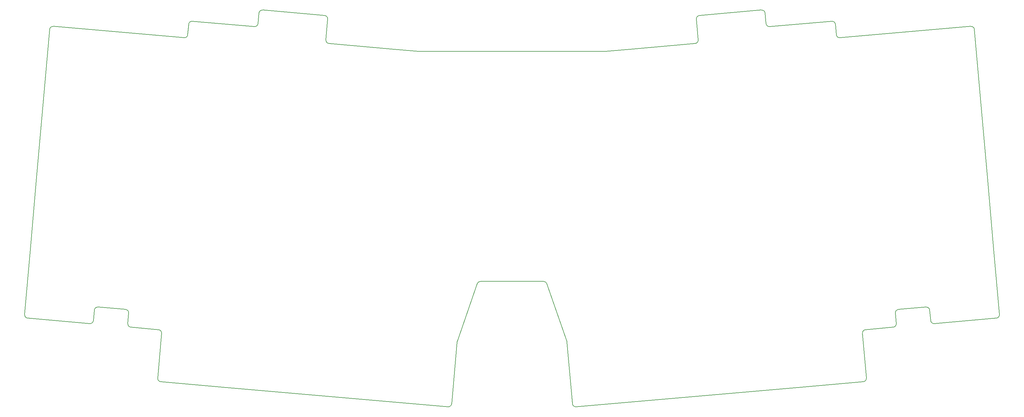
<source format=gbr>
%TF.GenerationSoftware,KiCad,Pcbnew,9.0.2*%
%TF.CreationDate,2025-06-04T11:45:29-06:00*%
%TF.ProjectId,chasm-v4,63686173-6d2d-4763-942e-6b696361645f,v1.0.0*%
%TF.SameCoordinates,Original*%
%TF.FileFunction,Profile,NP*%
%FSLAX46Y46*%
G04 Gerber Fmt 4.6, Leading zero omitted, Abs format (unit mm)*
G04 Created by KiCad (PCBNEW 9.0.2) date 2025-06-04 11:45:29*
%MOMM*%
%LPD*%
G01*
G04 APERTURE LIST*
%TA.AperFunction,Profile*%
%ADD10C,0.150000*%
%TD*%
G04 APERTURE END LIST*
D10*
X90162690Y-109177545D02*
X108094195Y-110746349D01*
X109177545Y-109837310D02*
X109439013Y-106848726D01*
X90909610Y-89166496D02*
X89253651Y-108094195D01*
X92652725Y-69242602D02*
X90909611Y-89166496D01*
X94395840Y-49318708D02*
X92652725Y-69242602D01*
X94395840Y-49318708D02*
X96487578Y-25410035D01*
X110522363Y-105939687D02*
X118491920Y-106636933D01*
X97570929Y-24500996D02*
X135426327Y-27812914D01*
X155786000Y-24575055D02*
X137854495Y-23006252D01*
X136771145Y-23915291D02*
X136509678Y-26903875D01*
X176531777Y-28397715D02*
X177054711Y-22420547D01*
X176145672Y-21337197D02*
X158214168Y-19768393D01*
X157130817Y-20677432D02*
X156869350Y-23666016D01*
X196368515Y-31137025D02*
X177440816Y-29481066D01*
X203367400Y-31749348D02*
X196368515Y-31137025D01*
X128703142Y-127606696D02*
X147630841Y-129262655D01*
X128927128Y-113572814D02*
X127794103Y-126523345D01*
X147630841Y-129262655D02*
X211885399Y-134884200D01*
X352823614Y-110746349D02*
X370755119Y-109177545D01*
X371664158Y-108094195D02*
X370008199Y-89166496D01*
X351478797Y-106848726D02*
X351740264Y-109837310D01*
X370008199Y-89166496D02*
X368265084Y-69242602D01*
X368265084Y-69242602D02*
X366521969Y-49318708D01*
X364430231Y-25410035D02*
X366521969Y-49318708D01*
X342425889Y-106636933D02*
X350395446Y-105939687D01*
X325491482Y-27812914D02*
X363346881Y-24500996D01*
X324408132Y-26903875D02*
X324146665Y-23915291D01*
X323063314Y-23006252D02*
X305131810Y-24575055D01*
X304048459Y-23666016D02*
X303786992Y-20677432D01*
X302703642Y-19768393D02*
X284772137Y-21337197D01*
X283863098Y-22420547D02*
X284386033Y-28397715D01*
X283476994Y-29481066D02*
X264549294Y-31137025D01*
X264549294Y-31137025D02*
X257550409Y-31749348D01*
X313286968Y-129262655D02*
X332214667Y-127606696D01*
X333123706Y-126523345D02*
X331990682Y-113572814D01*
X249032410Y-134884200D02*
X313286968Y-129262655D01*
X120048531Y-111792218D02*
X128018089Y-112489463D01*
X119400959Y-107720283D02*
X119139492Y-110708867D01*
X332899721Y-112489463D02*
X340869278Y-111792218D01*
X341778317Y-110708867D02*
X341516850Y-107720283D01*
X257463253Y-31753153D02*
X203454556Y-31753153D01*
X214577706Y-115927283D02*
X220356736Y-99178187D01*
X221302049Y-98504353D02*
X239615761Y-98504353D01*
X240561073Y-99178187D02*
X246340103Y-115927283D01*
X212968750Y-133975161D02*
X214526824Y-116166293D01*
X246390986Y-116166293D02*
X247949060Y-133975161D01*
X109177546Y-109837310D02*
G75*
G02*
X108094195Y-110746349I-996195J87156D01*
G01*
X109439013Y-106848725D02*
G75*
G02*
X110522363Y-105939687I996194J-87156D01*
G01*
X118491921Y-106636933D02*
G75*
G02*
X119400959Y-107720283I-87156J-996194D01*
G01*
X120048531Y-111792218D02*
G75*
G02*
X119139492Y-110708867I87156J996195D01*
G01*
X128018089Y-112489463D02*
G75*
G02*
X128927128Y-113572814I-87156J-996195D01*
G01*
X128703142Y-127606696D02*
G75*
G02*
X127794103Y-126523345I87156J996195D01*
G01*
X212968750Y-133975161D02*
G75*
G02*
X211885399Y-134884200I-996195J87156D01*
G01*
X214526824Y-116166294D02*
G75*
G02*
X214577706Y-115927283I996195J-87155D01*
G01*
X220356737Y-99178187D02*
G75*
G02*
X221302049Y-98504353I945312J-326166D01*
G01*
X239615761Y-98504353D02*
G75*
G02*
X240561073Y-99178187I0J-1000000D01*
G01*
X246340104Y-115927282D02*
G75*
G02*
X246390986Y-116166293I-945313J-326167D01*
G01*
X249032410Y-134884199D02*
G75*
G02*
X247949060Y-133975161I-87156J996194D01*
G01*
X333123707Y-126523346D02*
G75*
G02*
X332214667Y-127606696I-996195J-87155D01*
G01*
X331990681Y-113572813D02*
G75*
G02*
X332899721Y-112489463I996195J87155D01*
G01*
X341778317Y-110708867D02*
G75*
G02*
X340869278Y-111792218I-996195J-87156D01*
G01*
X341516851Y-107720283D02*
G75*
G02*
X342425889Y-106636933I996194J87156D01*
G01*
X350395447Y-105939686D02*
G75*
G02*
X351478797Y-106848726I87155J-996195D01*
G01*
X352823615Y-110746349D02*
G75*
G02*
X351740264Y-109837310I-87156J996195D01*
G01*
X371664157Y-108094195D02*
G75*
G02*
X370755119Y-109177545I-996194J-87156D01*
G01*
X363346881Y-24500997D02*
G75*
G02*
X364430231Y-25410035I87156J-996194D01*
G01*
X325491483Y-27812914D02*
G75*
G02*
X324408132Y-26903875I-87156J996195D01*
G01*
X323063314Y-23006252D02*
G75*
G02*
X324146665Y-23915291I87156J-996195D01*
G01*
X305131809Y-24575056D02*
G75*
G02*
X304048459Y-23666016I-87155J996195D01*
G01*
X302703641Y-19768393D02*
G75*
G02*
X303786992Y-20677432I87156J-996195D01*
G01*
X283863099Y-22420547D02*
G75*
G02*
X284772137Y-21337197I996194J87156D01*
G01*
X284386033Y-28397715D02*
G75*
G02*
X283476994Y-29481066I-996195J-87156D01*
G01*
X257550409Y-31749348D02*
G75*
G02*
X257463253Y-31753153I-87156J996195D01*
G01*
X203454556Y-31753153D02*
G75*
G02*
X203367400Y-31749348I0J1000000D01*
G01*
X177440816Y-29481066D02*
G75*
G02*
X176531777Y-28397715I87156J996195D01*
G01*
X176145673Y-21337197D02*
G75*
G02*
X177054711Y-22420547I-87156J-996194D01*
G01*
X157130817Y-20677432D02*
G75*
G02*
X158214168Y-19768393I996195J-87156D01*
G01*
X156869350Y-23666017D02*
G75*
G02*
X155786000Y-24575055I-996194J87156D01*
G01*
X136771144Y-23915291D02*
G75*
G02*
X137854495Y-23006252I996195J-87156D01*
G01*
X136509678Y-26903875D02*
G75*
G02*
X135426327Y-27812914I-996195J87156D01*
G01*
X96487578Y-25410035D02*
G75*
G02*
X97570929Y-24500996I996195J-87156D01*
G01*
X90162690Y-109177546D02*
G75*
G02*
X89253651Y-108094195I87156J996195D01*
G01*
M02*

</source>
